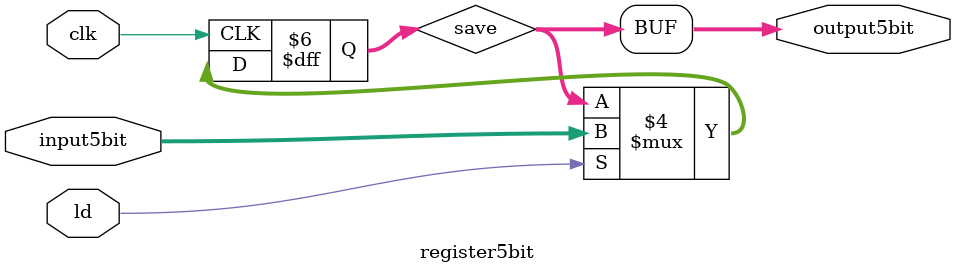
<source format=v>
`timescale 1ns / 1ps

module register5bit(
    input ld, clk,
    input [4:0] input5bit,
    output reg [4:0] output5bit
    );
    reg[4:0] save;
    
    always @(posedge clk) begin
        if(ld==1)
            save<=input5bit;
    end
    
    always @(*) begin
        output5bit<=save;
    end
    
endmodule

</source>
